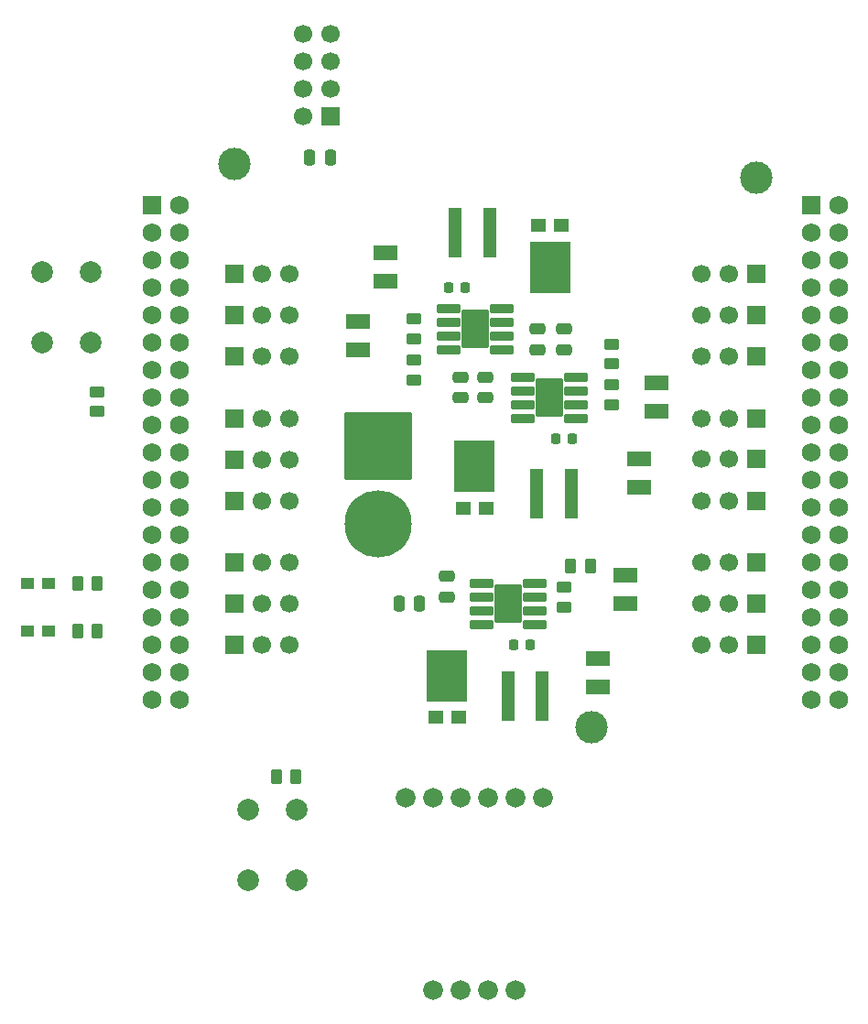
<source format=gbr>
%TF.GenerationSoftware,KiCad,Pcbnew,9.0.2*%
%TF.CreationDate,2025-07-18T09:27:23+08:00*%
%TF.ProjectId,Pathfinder,50617468-6669-46e6-9465-722e6b696361,rev?*%
%TF.SameCoordinates,Original*%
%TF.FileFunction,Soldermask,Top*%
%TF.FilePolarity,Negative*%
%FSLAX46Y46*%
G04 Gerber Fmt 4.6, Leading zero omitted, Abs format (unit mm)*
G04 Created by KiCad (PCBNEW 9.0.2) date 2025-07-18 09:27:23*
%MOMM*%
%LPD*%
G01*
G04 APERTURE LIST*
G04 Aperture macros list*
%AMRoundRect*
0 Rectangle with rounded corners*
0 $1 Rounding radius*
0 $2 $3 $4 $5 $6 $7 $8 $9 X,Y pos of 4 corners*
0 Add a 4 corners polygon primitive as box body*
4,1,4,$2,$3,$4,$5,$6,$7,$8,$9,$2,$3,0*
0 Add four circle primitives for the rounded corners*
1,1,$1+$1,$2,$3*
1,1,$1+$1,$4,$5*
1,1,$1+$1,$6,$7*
1,1,$1+$1,$8,$9*
0 Add four rect primitives between the rounded corners*
20,1,$1+$1,$2,$3,$4,$5,0*
20,1,$1+$1,$4,$5,$6,$7,0*
20,1,$1+$1,$6,$7,$8,$9,0*
20,1,$1+$1,$8,$9,$2,$3,0*%
G04 Aperture macros list end*
%ADD10RoundRect,0.250000X0.475000X-0.250000X0.475000X0.250000X-0.475000X0.250000X-0.475000X-0.250000X0*%
%ADD11C,3.000000*%
%ADD12RoundRect,0.102000X-0.765000X-0.765000X0.765000X-0.765000X0.765000X0.765000X-0.765000X0.765000X0*%
%ADD13C,1.734000*%
%ADD14C,2.000000*%
%ADD15R,1.700000X1.700000*%
%ADD16C,1.700000*%
%ADD17RoundRect,0.250000X-0.475000X0.250000X-0.475000X-0.250000X0.475000X-0.250000X0.475000X0.250000X0*%
%ADD18RoundRect,0.250000X0.262500X0.450000X-0.262500X0.450000X-0.262500X-0.450000X0.262500X-0.450000X0*%
%ADD19R,1.200000X1.000000*%
%ADD20RoundRect,0.250000X-0.262500X-0.450000X0.262500X-0.450000X0.262500X0.450000X-0.262500X0.450000X0*%
%ADD21R,1.422500X1.290500*%
%ADD22R,3.800000X4.800000*%
%ADD23RoundRect,0.098000X0.989000X0.294000X-0.989000X0.294000X-0.989000X-0.294000X0.989000X-0.294000X0*%
%ADD24RoundRect,0.102000X1.206500X1.651000X-1.206500X1.651000X-1.206500X-1.651000X1.206500X-1.651000X0*%
%ADD25R,2.311400X1.395952*%
%ADD26RoundRect,0.250000X0.450000X-0.262500X0.450000X0.262500X-0.450000X0.262500X-0.450000X-0.262500X0*%
%ADD27RoundRect,0.250000X-0.450000X0.262500X-0.450000X-0.262500X0.450000X-0.262500X0.450000X0.262500X0*%
%ADD28R,1.295400X4.597400*%
%ADD29C,6.204000*%
%ADD30RoundRect,0.102000X-3.000000X3.000000X-3.000000X-3.000000X3.000000X-3.000000X3.000000X3.000000X0*%
%ADD31RoundRect,0.250000X-0.250000X-0.475000X0.250000X-0.475000X0.250000X0.475000X-0.250000X0.475000X0*%
%ADD32RoundRect,0.225000X0.225000X0.250000X-0.225000X0.250000X-0.225000X-0.250000X0.225000X-0.250000X0*%
%ADD33C,1.829000*%
%ADD34RoundRect,0.250000X0.250000X0.475000X-0.250000X0.475000X-0.250000X-0.475000X0.250000X-0.475000X0*%
%ADD35RoundRect,0.225000X-0.225000X-0.250000X0.225000X-0.250000X0.225000X0.250000X-0.225000X0.250000X0*%
%ADD36RoundRect,0.098000X-0.989000X-0.294000X0.989000X-0.294000X0.989000X0.294000X-0.989000X0.294000X0*%
%ADD37RoundRect,0.102000X-1.206500X-1.651000X1.206500X-1.651000X1.206500X1.651000X-1.206500X1.651000X0*%
G04 APERTURE END LIST*
D10*
%TO.C,C7*%
X149557301Y-97790000D03*
X149557301Y-99690000D03*
%TD*%
D11*
%TO.C,U1*%
X126365000Y-78105000D03*
X159385000Y-130175000D03*
X174625000Y-79375000D03*
D12*
X118745000Y-81915000D03*
D13*
X121285000Y-81915000D03*
X118745000Y-84455000D03*
X121285000Y-84455000D03*
X118745000Y-86995000D03*
X121285000Y-86995000D03*
X118745000Y-89535000D03*
X121285000Y-89535000D03*
X118745000Y-92075000D03*
X121285000Y-92075000D03*
X118745000Y-94615000D03*
X121285000Y-94615000D03*
X118745000Y-97155000D03*
X121285000Y-97155000D03*
X118745000Y-99695000D03*
X121285000Y-99695000D03*
X118745000Y-102235000D03*
X121285000Y-102235000D03*
X118745000Y-104775000D03*
X121285000Y-104775000D03*
X118745000Y-107315000D03*
X121285000Y-107315000D03*
X118745000Y-109855000D03*
X121285000Y-109855000D03*
X118745000Y-112395000D03*
X121285000Y-112395000D03*
X118745000Y-114935000D03*
X121285000Y-114935000D03*
X118745000Y-117475000D03*
X121285000Y-117475000D03*
X118745000Y-120015000D03*
X121285000Y-120015000D03*
X118745000Y-122555000D03*
X121285000Y-122555000D03*
X118745000Y-125095000D03*
X121285000Y-125095000D03*
X118745000Y-127635000D03*
X121285000Y-127635000D03*
D12*
X179705000Y-81915000D03*
D13*
X182245000Y-81915000D03*
X179705000Y-84455000D03*
X182245000Y-84455000D03*
X179705000Y-86995000D03*
X182245000Y-86995000D03*
X179705000Y-89535000D03*
X182245000Y-89535000D03*
X179705000Y-92075000D03*
X182245000Y-92075000D03*
X179705000Y-94615000D03*
X182245000Y-94615000D03*
X179705000Y-97155000D03*
X182245000Y-97155000D03*
X179705000Y-99695000D03*
X182245000Y-99695000D03*
X179705000Y-102235000D03*
X182245000Y-102235000D03*
X179705000Y-104775000D03*
X182245000Y-104775000D03*
X179705000Y-107315000D03*
X182245000Y-107315000D03*
X179705000Y-109855000D03*
X182245000Y-109855000D03*
X179705000Y-112395000D03*
X182245000Y-112395000D03*
X179705000Y-114935000D03*
X182245000Y-114935000D03*
X179705000Y-117475000D03*
X182245000Y-117475000D03*
X179705000Y-120015000D03*
X182245000Y-120015000D03*
X179705000Y-122555000D03*
X182245000Y-122555000D03*
X179705000Y-125095000D03*
X182245000Y-125095000D03*
X179705000Y-127635000D03*
X182245000Y-127635000D03*
%TD*%
D10*
%TO.C,C8*%
X147320000Y-97795000D03*
X147320000Y-99695000D03*
%TD*%
D14*
%TO.C,SW2*%
X113085000Y-88115000D03*
X113085000Y-94615000D03*
X108585000Y-88115000D03*
X108585000Y-94615000D03*
%TD*%
D15*
%TO.C,Coxa2*%
X126365000Y-88265000D03*
D16*
X128905000Y-88265000D03*
X131445000Y-88265000D03*
%TD*%
D17*
%TO.C,C5*%
X154445000Y-93345000D03*
X154445000Y-95245000D03*
%TD*%
D15*
%TO.C,Femur1*%
X126365000Y-105410000D03*
D16*
X128905000Y-105410000D03*
X131445000Y-105410000D03*
%TD*%
D15*
%TO.C,Tibia5*%
X126365000Y-122555000D03*
D16*
X128905000Y-122555000D03*
X131445000Y-122555000D03*
%TD*%
D18*
%TO.C,R7*%
X132080000Y-134770000D03*
X130255000Y-134770000D03*
%TD*%
D19*
%TO.C,D5*%
X107220000Y-121285000D03*
X109220000Y-121285000D03*
%TD*%
D20*
%TO.C,R9*%
X111887500Y-116840000D03*
X113712500Y-116840000D03*
%TD*%
D15*
%TO.C,Tibia1*%
X126365000Y-109220000D03*
D16*
X128905000Y-109220000D03*
X131445000Y-109220000D03*
%TD*%
D15*
%TO.C,U2*%
X135255000Y-73660000D03*
D16*
X132715000Y-73660000D03*
X135255000Y-71120000D03*
X132715000Y-71120000D03*
X135255000Y-68580000D03*
X132715000Y-68580000D03*
X135255000Y-66040000D03*
X132715000Y-66040000D03*
%TD*%
D21*
%TO.C,D7*%
X147540000Y-109911000D03*
D22*
X148590000Y-106045000D03*
D21*
X149640000Y-109911000D03*
%TD*%
D23*
%TO.C,BuckConverterB1*%
X157975000Y-101595000D03*
X157975000Y-100325000D03*
X157975000Y-99055000D03*
X157975000Y-97785000D03*
X153035000Y-97785000D03*
X153035000Y-99055000D03*
X153035000Y-100325000D03*
X153035000Y-101595000D03*
D24*
X155505000Y-99690000D03*
%TD*%
D25*
%TO.C,C2*%
X137795000Y-92671376D03*
X137795000Y-95288624D03*
%TD*%
%TO.C,C3*%
X140335000Y-88938624D03*
X140335000Y-86321376D03*
%TD*%
D19*
%TO.C,D4*%
X107220000Y-116840000D03*
X109220000Y-116840000D03*
%TD*%
D26*
%TO.C,R5*%
X156845000Y-119060000D03*
X156845000Y-117235000D03*
%TD*%
D25*
%TO.C,C9*%
X163830000Y-105332752D03*
X163830000Y-107950000D03*
%TD*%
D15*
%TO.C,Femur3*%
X174625000Y-92060000D03*
D16*
X172085000Y-92060000D03*
X169545000Y-92060000D03*
%TD*%
D27*
%TO.C,R1*%
X143015000Y-92432500D03*
X143015000Y-94257500D03*
%TD*%
D15*
%TO.C,Coxa4*%
X174625000Y-101600000D03*
D16*
X172085000Y-101600000D03*
X169545000Y-101600000D03*
%TD*%
D14*
%TO.C,SW1*%
X132135000Y-137795000D03*
X132135000Y-144295000D03*
X127635000Y-137795000D03*
X127635000Y-144295000D03*
%TD*%
D20*
%TO.C,R6*%
X157480000Y-115250000D03*
X159305000Y-115250000D03*
%TD*%
D15*
%TO.C,Coxa5*%
X126365000Y-114935000D03*
D16*
X128905000Y-114935000D03*
X131445000Y-114935000D03*
%TD*%
D26*
%TO.C,R4*%
X161290000Y-96595000D03*
X161290000Y-94770000D03*
%TD*%
D28*
%TO.C,L3*%
X151665398Y-127320000D03*
X154870000Y-127320000D03*
%TD*%
D25*
%TO.C,C15*%
X160020000Y-123825000D03*
X160020000Y-126442248D03*
%TD*%
D15*
%TO.C,Tibia3*%
X174625000Y-95885000D03*
D16*
X172085000Y-95885000D03*
X169545000Y-95885000D03*
%TD*%
D15*
%TO.C,Tibia2*%
X126365000Y-95885000D03*
D16*
X128905000Y-95885000D03*
X131445000Y-95885000D03*
%TD*%
D28*
%TO.C,L1*%
X150000000Y-84455000D03*
X146795398Y-84455000D03*
%TD*%
D10*
%TO.C,C13*%
X146050000Y-118105000D03*
X146050000Y-116205000D03*
%TD*%
D29*
%TO.C,J1*%
X139700000Y-111340000D03*
D30*
X139700000Y-104140000D03*
%TD*%
D25*
%TO.C,C10*%
X165432301Y-100965000D03*
X165432301Y-98347752D03*
%TD*%
D15*
%TO.C,Coxa3*%
X174625000Y-88265000D03*
D16*
X172085000Y-88265000D03*
X169545000Y-88265000D03*
%TD*%
D23*
%TO.C,BuckConverterC1*%
X154165000Y-120650000D03*
X154165000Y-119380000D03*
X154165000Y-118110000D03*
X154165000Y-116840000D03*
X149225000Y-116840000D03*
X149225000Y-118110000D03*
X149225000Y-119380000D03*
X149225000Y-120650000D03*
D24*
X151695000Y-118745000D03*
%TD*%
D31*
%TO.C,C16*%
X133350000Y-77470000D03*
X135250000Y-77470000D03*
%TD*%
D27*
%TO.C,R8*%
X113665000Y-99140000D03*
X113665000Y-100965000D03*
%TD*%
D25*
%TO.C,C14*%
X162560000Y-118745000D03*
X162560000Y-116127752D03*
%TD*%
D15*
%TO.C,Femur6*%
X174625000Y-118745000D03*
D16*
X172085000Y-118745000D03*
X169545000Y-118745000D03*
%TD*%
D32*
%TO.C,C11*%
X153740000Y-122555000D03*
X152190000Y-122555000D03*
%TD*%
D15*
%TO.C,Femur4*%
X174625000Y-105395000D03*
D16*
X172085000Y-105395000D03*
X169545000Y-105395000D03*
%TD*%
D33*
%TO.C,Bno055*%
X152400000Y-136652000D03*
X144780000Y-154432000D03*
X149860000Y-136652000D03*
X147320000Y-154432000D03*
X152400000Y-154432000D03*
X149860000Y-154432000D03*
X142240000Y-136652000D03*
X144780000Y-136652000D03*
X147320000Y-136652000D03*
X154940000Y-136652000D03*
%TD*%
D15*
%TO.C,Tibia4*%
X174625000Y-109220000D03*
D16*
X172085000Y-109220000D03*
X169545000Y-109220000D03*
%TD*%
D32*
%TO.C,C6*%
X157620000Y-103500000D03*
X156070000Y-103500000D03*
%TD*%
D15*
%TO.C,Coxa6*%
X174625000Y-114935000D03*
D16*
X172085000Y-114935000D03*
X169545000Y-114935000D03*
%TD*%
D17*
%TO.C,C4*%
X156845000Y-93345000D03*
X156845000Y-95245000D03*
%TD*%
D28*
%TO.C,L2*%
X154305000Y-108580000D03*
X157509602Y-108580000D03*
%TD*%
D34*
%TO.C,C12*%
X143510000Y-118745000D03*
X141610000Y-118745000D03*
%TD*%
D21*
%TO.C,D1*%
X156625000Y-83764000D03*
D22*
X155575000Y-87630000D03*
D21*
X154525000Y-83764000D03*
%TD*%
D26*
%TO.C,R3*%
X161290000Y-100325000D03*
X161290000Y-98500000D03*
%TD*%
D21*
%TO.C,D3*%
X145000000Y-129276000D03*
D22*
X146050000Y-125410000D03*
D21*
X147100000Y-129276000D03*
%TD*%
D15*
%TO.C,Coxa1*%
X126365000Y-101600000D03*
D16*
X128905000Y-101600000D03*
X131445000Y-101600000D03*
%TD*%
D20*
%TO.C,R10*%
X111887500Y-121285000D03*
X113712500Y-121285000D03*
%TD*%
D15*
%TO.C,Tibia6*%
X174625000Y-122555000D03*
D16*
X172085000Y-122555000D03*
X169545000Y-122555000D03*
%TD*%
D27*
%TO.C,R2*%
X143015000Y-96242500D03*
X143015000Y-98067500D03*
%TD*%
D35*
%TO.C,C1*%
X146190000Y-89535000D03*
X147740000Y-89535000D03*
%TD*%
D15*
%TO.C,Femur5*%
X126365000Y-118745000D03*
D16*
X128905000Y-118745000D03*
X131445000Y-118745000D03*
%TD*%
D15*
%TO.C,Femur2*%
X126365000Y-92075000D03*
D16*
X128905000Y-92075000D03*
X131445000Y-92075000D03*
%TD*%
D36*
%TO.C,BuckConverterA1*%
X146190000Y-91440000D03*
X146190000Y-92710000D03*
X146190000Y-93980000D03*
X146190000Y-95250000D03*
X151130000Y-95250000D03*
X151130000Y-93980000D03*
X151130000Y-92710000D03*
X151130000Y-91440000D03*
D37*
X148660000Y-93345000D03*
%TD*%
M02*

</source>
